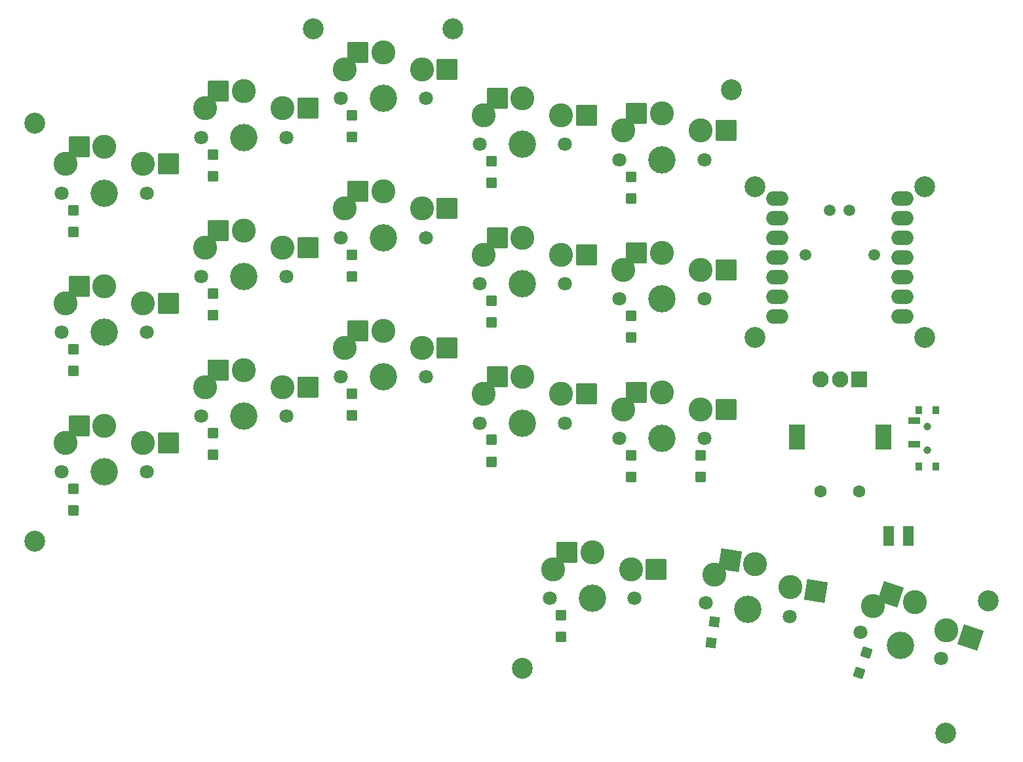
<source format=gbr>
%TF.GenerationSoftware,KiCad,Pcbnew,9.0.4*%
%TF.CreationDate,2025-09-04T10:39:47+02:00*%
%TF.ProjectId,avocado_v3,61766f63-6164-46f5-9f76-332e6b696361,0.0.3*%
%TF.SameCoordinates,Original*%
%TF.FileFunction,Soldermask,Bot*%
%TF.FilePolarity,Negative*%
%FSLAX46Y46*%
G04 Gerber Fmt 4.6, Leading zero omitted, Abs format (unit mm)*
G04 Created by KiCad (PCBNEW 9.0.4) date 2025-09-04 10:39:47*
%MOMM*%
%LPD*%
G01*
G04 APERTURE LIST*
G04 Aperture macros list*
%AMRoundRect*
0 Rectangle with rounded corners*
0 $1 Rounding radius*
0 $2 $3 $4 $5 $6 $7 $8 $9 X,Y pos of 4 corners*
0 Add a 4 corners polygon primitive as box body*
4,1,4,$2,$3,$4,$5,$6,$7,$8,$9,$2,$3,0*
0 Add four circle primitives for the rounded corners*
1,1,$1+$1,$2,$3*
1,1,$1+$1,$4,$5*
1,1,$1+$1,$6,$7*
1,1,$1+$1,$8,$9*
0 Add four rect primitives between the rounded corners*
20,1,$1+$1,$2,$3,$4,$5,0*
20,1,$1+$1,$4,$5,$6,$7,0*
20,1,$1+$1,$6,$7,$8,$9,0*
20,1,$1+$1,$8,$9,$2,$3,0*%
G04 Aperture macros list end*
%ADD10C,1.497000*%
%ADD11O,2.850000X1.900000*%
%ADD12C,1.801800*%
%ADD13C,3.100000*%
%ADD14C,3.529000*%
%ADD15RoundRect,0.050000X-1.300000X-1.300000X1.300000X-1.300000X1.300000X1.300000X-1.300000X1.300000X0*%
%ADD16RoundRect,0.050000X0.600000X-0.600000X0.600000X0.600000X-0.600000X0.600000X-0.600000X-0.600000X0*%
%ADD17RoundRect,0.050000X0.385224X-0.756044X0.756044X0.385224X-0.385224X0.756044X-0.756044X-0.385224X0*%
%ADD18C,2.700000*%
%ADD19RoundRect,0.050000X-1.487360X-1.080630X1.080630X-1.487360X1.487360X1.080630X-1.080630X1.487360X0*%
%ADD20RoundRect,0.050000X-1.638096X-0.834651X0.834651X-1.638096X1.638096X0.834651X-0.834651X1.638096X0*%
%ADD21R,2.000000X3.200000*%
%ADD22C,1.600000*%
%ADD23RoundRect,0.050000X-1.000000X1.000000X-1.000000X-1.000000X1.000000X-1.000000X1.000000X1.000000X0*%
%ADD24C,2.100000*%
%ADD25RoundRect,0.050000X-0.625000X-1.250000X0.625000X-1.250000X0.625000X1.250000X-0.625000X1.250000X0*%
%ADD26RoundRect,0.050000X-0.600000X0.600000X-0.600000X-0.600000X0.600000X-0.600000X0.600000X0.600000X0*%
%ADD27RoundRect,0.050000X0.498752X-0.686474X0.686474X0.498752X-0.498752X0.686474X-0.686474X-0.498752X0*%
%ADD28RoundRect,0.050000X0.400000X-0.500000X0.400000X0.500000X-0.400000X0.500000X-0.400000X-0.500000X0*%
%ADD29C,1.000000*%
%ADD30RoundRect,0.050000X0.750000X-0.350000X0.750000X0.350000X-0.750000X0.350000X-0.750000X-0.350000X0*%
G04 APERTURE END LIST*
D10*
%TO.C,MCU1*%
X126320000Y-46053000D03*
X117430000Y-46053000D03*
X123145000Y-40338000D03*
X120605000Y-40338000D03*
D11*
X113780040Y-38750000D03*
X113780040Y-41290000D03*
X113780040Y-43830000D03*
X113780040Y-46370000D03*
X113780040Y-48910000D03*
X113780040Y-51450000D03*
X113780040Y-53990000D03*
X129969960Y-53990000D03*
X129969960Y-51450000D03*
X129969960Y-48910000D03*
X129969960Y-46370000D03*
X129969960Y-43830000D03*
X129969960Y-41290000D03*
X129969960Y-38750000D03*
%TD*%
D12*
%TO.C,S9*%
X57375000Y-25850000D03*
D13*
X57875000Y-22100000D03*
X62875000Y-19900000D03*
X62875000Y-19900000D03*
D14*
X62875000Y-25850000D03*
D13*
X67875000Y-22100000D03*
D12*
X68375000Y-25850000D03*
D15*
X59600000Y-19900000D03*
X71150000Y-22100000D03*
%TD*%
D16*
%TO.C,D9*%
X58875000Y-30850000D03*
X58875000Y-28050000D03*
%TD*%
D12*
%TO.C,S5*%
X39375000Y-48890000D03*
D13*
X39875000Y-45140000D03*
X44875000Y-42940000D03*
X44875000Y-42940000D03*
D14*
X44875000Y-48890000D03*
D13*
X49875000Y-45140000D03*
D12*
X50375000Y-48890000D03*
D15*
X41600000Y-42940000D03*
X53150000Y-45140000D03*
%TD*%
D17*
%TO.C,D18*%
X124399909Y-100087816D03*
X125265157Y-97424858D03*
%TD*%
D16*
%TO.C,D4*%
X40875000Y-71890000D03*
X40875000Y-69090000D03*
%TD*%
D18*
%TO.C,H4*%
X17875000Y-83090000D03*
%TD*%
D12*
%TO.C,S16*%
X84375000Y-90470000D03*
D13*
X84875000Y-86720000D03*
X89875000Y-84520000D03*
X89875000Y-84520000D03*
D14*
X89875000Y-90470000D03*
D13*
X94875000Y-86720000D03*
D12*
X95375000Y-90470000D03*
D15*
X86600000Y-84520000D03*
X98150000Y-86720000D03*
%TD*%
D16*
%TO.C,D12*%
X76875000Y-36790000D03*
X76875000Y-33990000D03*
%TD*%
D12*
%TO.C,S17*%
X104554282Y-91050762D03*
D13*
X105634756Y-87425148D03*
X110917353Y-86034406D03*
X110917353Y-86034406D03*
D14*
X109986568Y-91911152D03*
D13*
X115511639Y-88989493D03*
D12*
X115418854Y-92771542D03*
D19*
X107682674Y-85522084D03*
X118746318Y-89501816D03*
%TD*%
D16*
%TO.C,D14*%
X94875000Y-56770000D03*
X94875000Y-53970000D03*
%TD*%
D12*
%TO.C,S18*%
X124518410Y-94869008D03*
D13*
X126152752Y-91457054D03*
X131587872Y-90909815D03*
X131587872Y-90909815D03*
D14*
X129749221Y-96568601D03*
D13*
X135663317Y-94547224D03*
D12*
X134980032Y-98268194D03*
D20*
X128473162Y-89897784D03*
X138778027Y-95559255D03*
%TD*%
D12*
%TO.C,S11*%
X75375000Y-49790000D03*
D13*
X75875000Y-46040000D03*
X80875000Y-43840000D03*
X80875000Y-43840000D03*
D14*
X80875000Y-49790000D03*
D13*
X85875000Y-46040000D03*
D12*
X86375000Y-49790000D03*
D15*
X77600000Y-43840000D03*
X89150000Y-46040000D03*
%TD*%
D16*
%TO.C,D13*%
X94875000Y-74770000D03*
X94875000Y-71970000D03*
%TD*%
D18*
%TO.C,H5*%
X107875000Y-24770000D03*
%TD*%
D16*
%TO.C,D7*%
X58875000Y-66850000D03*
X58875000Y-64050000D03*
%TD*%
D12*
%TO.C,S10*%
X75375000Y-67790000D03*
D13*
X75875000Y-64040000D03*
X80875000Y-61840000D03*
X80875000Y-61840000D03*
D14*
X80875000Y-67790000D03*
D13*
X85875000Y-64040000D03*
D12*
X86375000Y-67790000D03*
D15*
X77600000Y-61840000D03*
X89150000Y-64040000D03*
%TD*%
D12*
%TO.C,S4*%
X39375000Y-66890000D03*
D13*
X39875000Y-63140000D03*
X44875000Y-60940000D03*
X44875000Y-60940000D03*
D14*
X44875000Y-66890000D03*
D13*
X49875000Y-63140000D03*
D12*
X50375000Y-66890000D03*
D15*
X41600000Y-60940000D03*
X53150000Y-63140000D03*
%TD*%
D16*
%TO.C,D8*%
X58875000Y-48850000D03*
X58875000Y-46050000D03*
%TD*%
%TO.C,D5*%
X40875000Y-53890000D03*
X40875000Y-51090000D03*
%TD*%
%TO.C,D16*%
X85875000Y-95470000D03*
X85875000Y-92670000D03*
%TD*%
D18*
%TO.C,H1*%
X17875000Y-29090000D03*
%TD*%
D21*
%TO.C,_1*%
X127515000Y-69650000D03*
X116315000Y-69650000D03*
D22*
X124415000Y-76650000D03*
X119415000Y-76650000D03*
D23*
X124415000Y-62150000D03*
D24*
X119415000Y-62150000D03*
X121915000Y-62150000D03*
%TD*%
D12*
%TO.C,S8*%
X57375000Y-43850000D03*
D13*
X57875000Y-40100000D03*
X62875000Y-37900000D03*
X62875000Y-37900000D03*
D14*
X62875000Y-43850000D03*
D13*
X67875000Y-40100000D03*
D12*
X68375000Y-43850000D03*
D15*
X59600000Y-37900000D03*
X71150000Y-40100000D03*
%TD*%
D12*
%TO.C,S1*%
X21375000Y-74090000D03*
D13*
X21875000Y-70340000D03*
X26875000Y-68140000D03*
X26875000Y-68140000D03*
D14*
X26875000Y-74090000D03*
D13*
X31875000Y-70340000D03*
D12*
X32375000Y-74090000D03*
D15*
X23600000Y-68140000D03*
X35150000Y-70340000D03*
%TD*%
D18*
%TO.C,H2*%
X53875000Y-16850000D03*
%TD*%
D25*
%TO.C,PAD1*%
X128225000Y-82370000D03*
X130725000Y-82370000D03*
%TD*%
D18*
%TO.C,H10*%
X110875000Y-37270000D03*
%TD*%
D26*
%TO.C,D19*%
X103875000Y-71970000D03*
X103875000Y-74770000D03*
%TD*%
D16*
%TO.C,D11*%
X76875000Y-54790000D03*
X76875000Y-51990000D03*
%TD*%
D18*
%TO.C,H12*%
X135527576Y-107909263D03*
%TD*%
D12*
%TO.C,S3*%
X21375000Y-38090000D03*
D13*
X21875000Y-34340000D03*
X26875000Y-32140000D03*
X26875000Y-32140000D03*
D14*
X26875000Y-38090000D03*
D13*
X31875000Y-34340000D03*
D12*
X32375000Y-38090000D03*
D15*
X23600000Y-32140000D03*
X35150000Y-34340000D03*
%TD*%
D27*
%TO.C,D17*%
X105253643Y-96223856D03*
X105691659Y-93458328D03*
%TD*%
D16*
%TO.C,D1*%
X22875000Y-79090000D03*
X22875000Y-76290000D03*
%TD*%
D18*
%TO.C,H9*%
X132875000Y-37270000D03*
%TD*%
D16*
%TO.C,D15*%
X94875000Y-38770000D03*
X94875000Y-35970000D03*
%TD*%
D18*
%TO.C,H3*%
X71875000Y-16850000D03*
%TD*%
%TO.C,H11*%
X141089882Y-90790246D03*
%TD*%
D16*
%TO.C,D10*%
X76875000Y-72790000D03*
X76875000Y-69990000D03*
%TD*%
%TO.C,D6*%
X40875000Y-35890000D03*
X40875000Y-33090000D03*
%TD*%
D12*
%TO.C,S12*%
X75375000Y-31790000D03*
D13*
X75875000Y-28040000D03*
X80875000Y-25840000D03*
X80875000Y-25840000D03*
D14*
X80875000Y-31790000D03*
D13*
X85875000Y-28040000D03*
D12*
X86375000Y-31790000D03*
D15*
X77600000Y-25840000D03*
X89150000Y-28040000D03*
%TD*%
D16*
%TO.C,D3*%
X22875000Y-43090000D03*
X22875000Y-40290000D03*
%TD*%
D12*
%TO.C,S13*%
X93375000Y-69770000D03*
D13*
X93875000Y-66020000D03*
X98875000Y-63820000D03*
X98875000Y-63820000D03*
D14*
X98875000Y-69770000D03*
D13*
X103875000Y-66020000D03*
D12*
X104375000Y-69770000D03*
D15*
X95600000Y-63820000D03*
X107150000Y-66020000D03*
%TD*%
D12*
%TO.C,S15*%
X93375000Y-33770000D03*
D13*
X93875000Y-30020000D03*
X98875000Y-27820000D03*
X98875000Y-27820000D03*
D14*
X98875000Y-33770000D03*
D13*
X103875000Y-30020000D03*
D12*
X104375000Y-33770000D03*
D15*
X95600000Y-27820000D03*
X107150000Y-30020000D03*
%TD*%
D18*
%TO.C,H8*%
X110875000Y-56770000D03*
%TD*%
D12*
%TO.C,S7*%
X57375000Y-61850000D03*
D13*
X57875000Y-58100000D03*
X62875000Y-55900000D03*
X62875000Y-55900000D03*
D14*
X62875000Y-61850000D03*
D13*
X67875000Y-58100000D03*
D12*
X68375000Y-61850000D03*
D15*
X59600000Y-55900000D03*
X71150000Y-58100000D03*
%TD*%
D12*
%TO.C,S6*%
X39375000Y-30890000D03*
D13*
X39875000Y-27140000D03*
X44875000Y-24940000D03*
X44875000Y-24940000D03*
D14*
X44875000Y-30890000D03*
D13*
X49875000Y-27140000D03*
D12*
X50375000Y-30890000D03*
D15*
X41600000Y-24940000D03*
X53150000Y-27140000D03*
%TD*%
D12*
%TO.C,S2*%
X21375000Y-56090000D03*
D13*
X21875000Y-52340000D03*
X26875000Y-50140000D03*
X26875000Y-50140000D03*
D14*
X26875000Y-56090000D03*
D13*
X31875000Y-52340000D03*
D12*
X32375000Y-56090000D03*
D15*
X23600000Y-50140000D03*
X35150000Y-52340000D03*
%TD*%
D12*
%TO.C,S14*%
X93375000Y-51770000D03*
D13*
X93875000Y-48020000D03*
X98875000Y-45820000D03*
X98875000Y-45820000D03*
D14*
X98875000Y-51770000D03*
D13*
X103875000Y-48020000D03*
D12*
X104375000Y-51770000D03*
D15*
X95600000Y-45820000D03*
X107150000Y-48020000D03*
%TD*%
D18*
%TO.C,H7*%
X132875000Y-56770000D03*
%TD*%
%TO.C,H6*%
X80875000Y-99470000D03*
%TD*%
D28*
%TO.C,T1*%
X132095000Y-73420000D03*
X134305000Y-73420000D03*
D29*
X133205000Y-71270000D03*
X133205000Y-71270000D03*
X133205000Y-68270000D03*
X133205000Y-68270000D03*
D28*
X132095000Y-66120000D03*
X134305000Y-66120000D03*
D30*
X131445000Y-67520000D03*
X131445000Y-70520000D03*
%TD*%
D16*
%TO.C,D2*%
X22875000Y-61090000D03*
X22875000Y-58290000D03*
%TD*%
M02*

</source>
